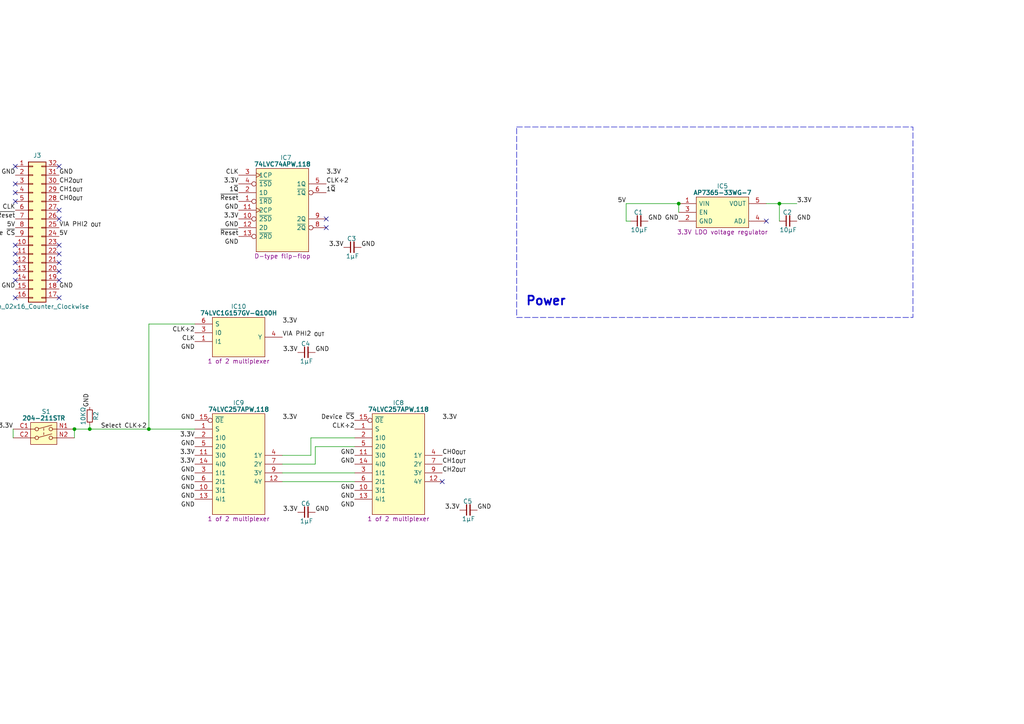
<source format=kicad_sch>
(kicad_sch (version 20230121) (generator eeschema)
  (paper "A4")
  (lib_symbols
    (symbol "CTS:204-211STR" (pin_names (offset 0.762))
      (property "Reference" "S" (at 8.255 5.08 0))
      (property "Value" "204-211STR" (at 8.89 3.175 0))
      (symbol "204-211STR_0_0"
        (polyline (pts (xy 7.366 -2.413) (xy 11.2522 -1.3716)))
        (polyline (pts (xy 7.366 0.127) (xy 11.2522 1.1684)))
        (polyline (pts (xy 8.89 -1.651) (xy 8.89 -1.016)))
        (polyline (pts (xy 8.89 -0.381) (xy 8.89 0.254)))
        (circle (center 6.858 -2.54) (radius 0.508))
        (circle (center 6.858 0) (radius 0.508))
        (circle (center 10.922 -2.54) (radius 0.508))
        (circle (center 10.922 0) (radius 0.508))
      )
      (symbol "204-211STR_1_0"
        (pin passive line (at 0 0 0) (length 6.35) (name "") (number "C1"))
        (pin passive line (at 0 -2.54 0) (length 6.35) (name "") (number "C2"))
        (pin passive line (at 17.78 0 180) (length 6.35) (name "") (number "N1"))
        (pin passive line (at 17.78 -2.54 180) (length 6.35) (name "") (number "N2"))
      )
      (symbol "204-211STR_1_1"
        (rectangle (start 5.08 1.905) (end 12.7 -4.445) (fill (type background)))
      )
    )
    (symbol "C_0805_5" (pin_numbers hide) (pin_names (offset 0.254) hide)
      (property "Reference" "C" (at 2.286 2.54 0))
      (property "Value" "?μF" (at 2.54 -2.54 0))
      (symbol "C_0805_5_0_1"
        (polyline (pts (xy 1.9685 -1.4605) (xy 1.9685 1.5875)) (stroke (width 0.3048)))
        (polyline (pts (xy 2.9845 -1.4605) (xy 2.9845 1.5875)) (stroke (width 0.3302)))
      )
      (symbol "C_0805_5_1_1"
        (pin passive line (at 0 0 0) (length 2.032) (name "~") (number "1"))
        (pin passive line (at 5.08 0 180) (length 2.032) (name "~") (number "2"))
      )
    )
    (symbol "Connector_Generic:Conn_02x16_Counter_Clockwise" (pin_names (offset 1.016) hide)
      (property "Reference" "J" (at 1.27 20.32 0))
      (property "Value" "Conn_02x16_Counter_Clockwise" (at 1.27 -22.86 0))
      (symbol "Conn_02x16_Counter_Clockwise_1_1"
        (rectangle (start -1.27 -20.193) (end 0 -20.447) (stroke (width 0.1524)))
        (rectangle (start -1.27 -17.653) (end 0 -17.907) (stroke (width 0.1524)))
        (rectangle (start -1.27 -15.113) (end 0 -15.367) (stroke (width 0.1524)))
        (rectangle (start -1.27 -12.573) (end 0 -12.827) (stroke (width 0.1524)))
        (rectangle (start -1.27 -10.033) (end 0 -10.287) (stroke (width 0.1524)))
        (rectangle (start -1.27 -7.493) (end 0 -7.747) (stroke (width 0.1524)))
        (rectangle (start -1.27 -4.953) (end 0 -5.207) (stroke (width 0.1524)))
        (rectangle (start -1.27 -2.413) (end 0 -2.667) (stroke (width 0.1524)))
        (rectangle (start -1.27 0.127) (end 0 -0.127) (stroke (width 0.1524)))
        (rectangle (start -1.27 2.667) (end 0 2.413) (stroke (width 0.1524)))
        (rectangle (start -1.27 5.207) (end 0 4.953) (stroke (width 0.1524)))
        (rectangle (start -1.27 7.747) (end 0 7.493) (stroke (width 0.1524)))
        (rectangle (start -1.27 10.287) (end 0 10.033) (stroke (width 0.1524)))
        (rectangle (start -1.27 12.827) (end 0 12.573) (stroke (width 0.1524)))
        (rectangle (start -1.27 15.367) (end 0 15.113) (stroke (width 0.1524)))
        (rectangle (start -1.27 17.907) (end 0 17.653) (stroke (width 0.1524)))
        (rectangle (start -1.27 19.05) (end 3.81 -21.59) (stroke (width 0.254)) (fill (type background)))
        (rectangle (start 3.81 -20.193) (end 2.54 -20.447) (stroke (width 0.1524)))
        (rectangle (start 3.81 -17.653) (end 2.54 -17.907) (stroke (width 0.1524)))
        (rectangle (start 3.81 -15.113) (end 2.54 -15.367) (stroke (width 0.1524)))
        (rectangle (start 3.81 -12.573) (end 2.54 -12.827) (stroke (width 0.1524)))
        (rectangle (start 3.81 -10.033) (end 2.54 -10.287) (stroke (width 0.1524)))
        (rectangle (start 3.81 -7.493) (end 2.54 -7.747) (stroke (width 0.1524)))
        (rectangle (start 3.81 -4.953) (end 2.54 -5.207) (stroke (width 0.1524)))
        (rectangle (start 3.81 -2.413) (end 2.54 -2.667) (stroke (width 0.1524)))
        (rectangle (start 3.81 0.127) (end 2.54 -0.127) (stroke (width 0.1524)))
        (rectangle (start 3.81 2.667) (end 2.54 2.413) (stroke (width 0.1524)))
        (rectangle (start 3.81 5.207) (end 2.54 4.953) (stroke (width 0.1524)))
        (rectangle (start 3.81 7.747) (end 2.54 7.493) (stroke (width 0.1524)))
        (rectangle (start 3.81 10.287) (end 2.54 10.033) (stroke (width 0.1524)))
        (rectangle (start 3.81 12.827) (end 2.54 12.573) (stroke (width 0.1524)))
        (rectangle (start 3.81 15.367) (end 2.54 15.113) (stroke (width 0.1524)))
        (rectangle (start 3.81 17.907) (end 2.54 17.653) (stroke (width 0.1524)))
        (pin passive line (at -5.08 17.78 0) (length 3.81) (name "Pin_1") (number "1"))
        (pin passive line (at -5.08 -5.08 0) (length 3.81) (name "Pin_10") (number "10"))
        (pin passive line (at -5.08 -7.62 0) (length 3.81) (name "Pin_11") (number "11"))
        (pin passive line (at -5.08 -10.16 0) (length 3.81) (name "Pin_12") (number "12"))
        (pin passive line (at -5.08 -12.7 0) (length 3.81) (name "Pin_13") (number "13"))
        (pin passive line (at -5.08 -15.24 0) (length 3.81) (name "Pin_14") (number "14"))
        (pin passive line (at -5.08 -17.78 0) (length 3.81) (name "Pin_15") (number "15"))
        (pin passive line (at -5.08 -20.32 0) (length 3.81) (name "Pin_16") (number "16"))
        (pin passive line (at 7.62 -20.32 180) (length 3.81) (name "Pin_17") (number "17"))
        (pin passive line (at 7.62 -17.78 180) (length 3.81) (name "Pin_18") (number "18"))
        (pin passive line (at 7.62 -15.24 180) (length 3.81) (name "Pin_19") (number "19"))
        (pin passive line (at -5.08 15.24 0) (length 3.81) (name "Pin_2") (number "2"))
        (pin passive line (at 7.62 -12.7 180) (length 3.81) (name "Pin_20") (number "20"))
        (pin passive line (at 7.62 -10.16 180) (length 3.81) (name "Pin_21") (number "21"))
        (pin passive line (at 7.62 -7.62 180) (length 3.81) (name "Pin_22") (number "22"))
        (pin passive line (at 7.62 -5.08 180) (length 3.81) (name "Pin_23") (number "23"))
        (pin passive line (at 7.62 -2.54 180) (length 3.81) (name "Pin_24") (number "24"))
        (pin passive line (at 7.62 0 180) (length 3.81) (name "Pin_25") (number "25"))
        (pin passive line (at 7.62 2.54 180) (length 3.81) (name "Pin_26") (number "26"))
        (pin passive line (at 7.62 5.08 180) (length 3.81) (name "Pin_27") (number "27"))
        (pin passive line (at 7.62 7.62 180) (length 3.81) (name "Pin_28") (number "28"))
        (pin passive line (at 7.62 10.16 180) (length 3.81) (name "Pin_29") (number "29"))
        (pin passive line (at -5.08 12.7 0) (length 3.81) (name "Pin_3") (number "3"))
        (pin passive line (at 7.62 12.7 180) (length 3.81) (name "Pin_30") (number "30"))
        (pin passive line (at 7.62 15.24 180) (length 3.81) (name "Pin_31") (number "31"))
        (pin passive line (at 7.62 17.78 180) (length 3.81) (name "Pin_32") (number "32"))
        (pin passive line (at -5.08 10.16 0) (length 3.81) (name "Pin_4") (number "4"))
        (pin passive line (at -5.08 7.62 0) (length 3.81) (name "Pin_5") (number "5"))
        (pin passive line (at -5.08 5.08 0) (length 3.81) (name "Pin_6") (number "6"))
        (pin passive line (at -5.08 2.54 0) (length 3.81) (name "Pin_7") (number "7"))
        (pin passive line (at -5.08 0 0) (length 3.81) (name "Pin_8") (number "8"))
        (pin passive line (at -5.08 -2.54 0) (length 3.81) (name "Pin_9") (number "9"))
      )
    )
    (symbol "Diodes_Inc:AP7365-33WG-7" (pin_names (offset 0.762))
      (property "Reference" "IC" (at 12.7 5.08 0))
      (property "Value" "AP7365-33WG-7" (at 12.7 3.175 0))
      (property "Description" "3.3V LDO voltage regulator" (at 12.7 -8.255 0))
      (symbol "AP7365-33WG-7_0_0"
        (pin passive line (at 0 0 0) (length 5.08) (name "VIN") (number "1"))
        (pin passive line (at 0 -5.08 0) (length 5.08) (name "GND") (number "2"))
        (pin input line (at 0 -2.54 0) (length 5.08) (name "EN") (number "3"))
        (pin passive line (at 25.4 -5.08 180) (length 5.08) (name "ADJ") (number "4"))
        (pin passive line (at 25.4 0 180) (length 5.08) (name "VOUT") (number "5"))
      )
      (symbol "AP7365-33WG-7_0_1"
        (polyline (pts (xy 5.08 1.905) (xy 20.32 1.905) (xy 20.32 -6.985) (xy 5.08 -6.985) (xy 5.08 1.905)) (fill (type background)))
      )
    )
    (symbol "HCP65:C_0805" (pin_numbers hide) (pin_names (offset 0.254) hide)
      (property "Reference" "C" (at 2.286 2.54 0))
      (property "Value" "?μF" (at 2.54 -2.54 0))
      (symbol "C_0805_0_1"
        (polyline (pts (xy 1.9685 -1.4605) (xy 1.9685 1.5875)) (stroke (width 0.3048)))
        (polyline (pts (xy 2.9845 -1.4605) (xy 2.9845 1.5875)) (stroke (width 0.3302)))
      )
      (symbol "C_0805_1_1"
        (pin passive line (at 0 0 0) (length 2.032) (name "~") (number "1"))
        (pin passive line (at 5.08 0 180) (length 2.032) (name "~") (number "2"))
      )
    )
    (symbol "HCP65:R_0805" (pin_numbers hide) (pin_names hide)
      (property "Reference" "R" (at 2.54 1.778 0))
      (property "Value" "?Ω" (at 2.54 -1.905 0))
      (symbol "R_0805_0_1"
        (rectangle (start 0.762 0.762) (end 4.318 -0.762) (stroke (width 0.2032)))
      )
      (symbol "R_0805_1_1"
        (pin passive line (at 0 0 0) (length 0.72) (name "~") (number "1"))
        (pin passive line (at 5.08 0 180) (length 0.72) (name "~") (number "2"))
      )
    )
    (symbol "Nexperia:74LVC1G157GV-Q100H" (pin_names (offset 0.762))
      (property "Reference" "IC" (at 12.7 5.08 0))
      (property "Value" "74LVC1G157GV-Q100H" (at 12.7 3.175 0))
      (property "Description" "1 of 2 multiplexer" (at 12.7 -10.795 0))
      (symbol "74LVC1G157GV-Q100H_0_0"
        (pin input line (at 0 -5.08 0) (length 5.08) (name "I1") (number "1"))
        (pin passive line (at 0 -7.62 0) (length 5.08) hide (name "GND") (number "2"))
        (pin input line (at 0 -2.54 0) (length 5.08) (name "I0") (number "3"))
        (pin output line (at 25.4 -3.81 180) (length 5.08) (name "Y") (number "4"))
        (pin input line (at 0 0 0) (length 5.08) (name "S") (number "6"))
      )
      (symbol "74LVC1G157GV-Q100H_0_1"
        (polyline (pts (xy 5.08 1.905) (xy 20.32 1.905) (xy 20.32 -9.525) (xy 5.08 -9.525) (xy 5.08 1.905)) (stroke (width 0.1524)) (fill (type background)))
      )
      (symbol "74LVC1G157GV-Q100H_1_0"
        (pin passive line (at 25.4 0 180) (length 5.08) hide (name "3V") (number "5"))
      )
    )
    (symbol "Nexperia:74LVC257APW,118" (pin_names (offset 0.762))
      (property "Reference" "IC" (at 12.7 5.08 0))
      (property "Value" "74LVC257APW,118" (at 12.7 3.175 0))
      (property "Description" "1 of 2 multiplexer" (at 12.7 -28.575 0))
      (symbol "74LVC257APW,118_0_0"
        (pin input line (at 0 -2.54 0) (length 5.08) (name "S") (number "1"))
        (pin input line (at 0 -20.32 0) (length 5.08) (name "3I1") (number "10"))
        (pin input line (at 0 -10.16 0) (length 5.08) (name "3I0") (number "11"))
        (pin output line (at 25.4 -17.78 180) (length 5.08) (name "4Y") (number "12"))
        (pin input line (at 0 -22.86 0) (length 5.08) (name "4I1") (number "13"))
        (pin input line (at 0 -12.7 0) (length 5.08) (name "4I0") (number "14"))
        (pin passive line (at 25.4 0 180) (length 5.08) hide (name "3V") (number "16"))
        (pin input line (at 0 -5.08 0) (length 5.08) (name "1I0") (number "2"))
        (pin input line (at 0 -15.24 0) (length 5.08) (name "1I1") (number "3"))
        (pin output line (at 25.4 -10.16 180) (length 5.08) (name "1Y") (number "4"))
        (pin input line (at 0 -7.62 0) (length 5.08) (name "2I0") (number "5"))
        (pin input line (at 0 -17.78 0) (length 5.08) (name "2I1") (number "6"))
        (pin output line (at 25.4 -12.7 180) (length 5.08) (name "2Y") (number "7"))
        (pin passive line (at 0 -25.4 0) (length 5.08) hide (name "GND") (number "8"))
        (pin output line (at 25.4 -15.24 180) (length 5.08) (name "3Y") (number "9"))
      )
      (symbol "74LVC257APW,118_0_1"
        (polyline (pts (xy 5.08 1.905) (xy 20.32 1.905) (xy 20.32 -27.305) (xy 5.08 -27.305) (xy 5.08 1.905)) (stroke (width 0.1524)) (fill (type background)))
      )
      (symbol "74LVC257APW,118_1_0"
        (pin input inverted (at 0 0 0) (length 5.08) (name "~{OE}") (number "15"))
      )
    )
    (symbol "Nexperia:74LVC74APW,118" (pin_names (offset 0.762))
      (property "Reference" "IC" (at 12.065 5.08 0))
      (property "Value" "74LVC74APW,118" (at 12.7 3.175 0))
      (property "Description" "D-type flip-flop" (at 12.7 -23.495 0))
      (symbol "74LVC74APW,118_0_0"
        (pin input inverted (at 0 -7.62 0) (length 5.08) (name "~{1RD}") (number "1"))
        (pin input inverted (at 0 -12.7 0) (length 5.08) (name "~{2SD}") (number "10"))
        (pin input clock (at 0 -10.16 0) (length 5.08) (name "2CP") (number "11"))
        (pin input line (at 0 -15.24 0) (length 5.08) (name "2D") (number "12"))
        (pin input inverted (at 0 -17.78 0) (length 5.08) (name "~{2RD}") (number "13"))
        (pin passive line (at 25.4 0 180) (length 5.08) hide (name "3V") (number "14"))
        (pin input line (at 0 -5.08 0) (length 5.08) (name "1D") (number "2"))
        (pin input clock (at 0 0 0) (length 5.08) (name "1CP") (number "3"))
        (pin input inverted (at 0 -2.54 0) (length 5.08) (name "~{1SD}") (number "4"))
        (pin output line (at 25.4 -2.54 180) (length 5.08) (name "1Q") (number "5"))
        (pin output inverted (at 25.4 -5.08 180) (length 5.08) (name "~{1Q}") (number "6"))
        (pin passive line (at 0 -20.32 0) (length 5.08) hide (name "GND") (number "7"))
        (pin output inverted (at 25.4 -15.24 180) (length 5.08) (name "~{2Q}") (number "8"))
        (pin output line (at 25.4 -12.7 180) (length 5.08) (name "2Q") (number "9"))
      )
      (symbol "74LVC74APW,118_0_1"
        (polyline (pts (xy 5.08 1.905) (xy 20.32 1.905) (xy 20.32 -22.225) (xy 5.08 -22.225) (xy 5.08 1.905)) (stroke (width 0.1524)) (fill (type background)))
      )
    )
  )
  (junction (at 226.06 59.055))
  (junction (at 43.18 124.46))
  (junction (at 26.035 124.46))
  (junction (at 21.59 124.46))
  (junction (at 196.85 59.055))
  (no_connect (at 4.445 48.26))
  (no_connect (at 4.445 76.2))
  (no_connect (at 4.445 78.74))
  (no_connect (at 4.445 86.36))
  (no_connect (at 17.145 48.26))
  (no_connect (at 17.145 73.66))
  (no_connect (at 4.445 71.12))
  (no_connect (at 17.145 78.74))
  (no_connect (at 17.145 63.5))
  (no_connect (at 17.145 81.28))
  (no_connect (at 17.145 86.36))
  (no_connect (at 17.145 60.96))
  (no_connect (at 4.445 81.28))
  (no_connect (at 94.615 66.04))
  (no_connect (at 128.27 139.7))
  (no_connect (at 94.615 63.5))
  (no_connect (at 4.445 58.42))
  (no_connect (at 4.445 73.66))
  (no_connect (at 222.25 64.135))
  (no_connect (at 4.445 55.88))
  (no_connect (at 4.445 53.34))
  (no_connect (at 17.145 76.2))
  (no_connect (at 17.145 71.12))
  (wire (pts (xy 102.87 129.54) (xy 91.44 129.54)))
  (wire (pts (xy 226.06 64.135) (xy 226.06 59.055)))
  (wire (pts (xy 81.915 139.7) (xy 102.87 139.7)))
  (wire (pts (xy 91.44 134.62) (xy 81.915 134.62)))
  (wire (pts (xy 43.18 124.46) (xy 56.515 124.46)))
  (wire (pts (xy 196.85 59.055) (xy 196.85 61.595)))
  (wire (pts (xy 3.81 124.46) (xy 3.81 127)))
  (wire (pts (xy 90.17 132.08) (xy 81.915 132.08)))
  (wire (pts (xy 181.61 64.135) (xy 182.88 64.135)))
  (wire (pts (xy 102.87 127) (xy 90.17 127)))
  (wire (pts (xy 26.035 124.46) (xy 43.18 124.46)))
  (wire (pts (xy 26.035 123.19) (xy 26.035 124.46)))
  (wire (pts (xy 21.59 124.46) (xy 21.59 127)))
  (wire (pts (xy 181.61 59.055) (xy 196.85 59.055)))
  (wire (pts (xy 226.06 59.055) (xy 231.14 59.055)))
  (wire (pts (xy 90.17 127) (xy 90.17 132.08)))
  (wire (pts (xy 91.44 129.54) (xy 91.44 134.62)))
  (wire (pts (xy 222.25 59.055) (xy 226.06 59.055)))
  (wire (pts (xy 21.59 124.46) (xy 26.035 124.46)))
  (wire (pts (xy 43.18 93.98) (xy 43.18 124.46)))
  (wire (pts (xy 81.915 137.16) (xy 102.87 137.16)))
  (wire (pts (xy 181.61 59.055) (xy 181.61 64.135)))
  (wire (pts (xy 56.515 93.98) (xy 43.18 93.98)))
  (rectangle (start 149.86 36.83) (end 264.795 92.075) (stroke (width 0) (type dash)))
  (text "Power" (at 152.4 88.9 0) (effects (font (size 2.54 2.54) (thickness 0.508) bold) (justify left bottom)))
  (label "GND" (at 56.515 137.16 180))
  (label "3.3V" (at 86.36 148.59 180))
  (label "VIA PHI2 _{OUT}" (at 17.145 66.04 0))
  (label "GND" (at 138.43 147.955 0))
  (label "CLK" (at 4.445 60.96 180))
  (label "CH0_{OUT}" (at 17.145 58.42 0))
  (label "GND" (at 56.515 142.24 180))
  (label "3.3V" (at 128.27 121.92 0))
  (label "GND" (at 102.87 134.62 180))
  (label "GND" (at 56.515 139.7 180))
  (label "CH0_{OUT}" (at 128.27 132.08 0))
  (label "CLK÷2" (at 56.515 96.52 180))
  (label "VIA PHI2 _{OUT}" (at 81.915 97.79 0))
  (label "~{Reset}" (at 4.445 63.5 180))
  (label "GND" (at 102.87 147.32 180))
  (label "GND" (at 56.515 147.32 180))
  (label "5V" (at 181.61 59.055 180))
  (label "Device ~{CS}" (at 4.445 68.58 180))
  (label "3.3V" (at 69.215 53.34 180))
  (label "CLK" (at 56.515 99.06 180))
  (label "CH1_{OUT}" (at 17.145 55.88 0))
  (label "GND" (at 56.515 121.92 180))
  (label "3.3V" (at 56.515 127 180))
  (label "GND" (at 102.87 142.24 180))
  (label "GND" (at 104.775 71.755 0))
  (label "CH2_{OUT}" (at 128.27 137.16 0))
  (label "3.3V" (at 56.515 132.08 180))
  (label "GND" (at 4.445 83.82 180))
  (label "GND" (at 69.215 60.96 180))
  (label "3.3V" (at 81.915 121.92 0))
  (label "1~{Q}" (at 69.215 55.88 180))
  (label "CH1_{OUT}" (at 128.27 134.62 0))
  (label "3.3V" (at 94.615 50.8 0))
  (label "GND" (at 56.515 144.78 180))
  (label "GND" (at 196.85 64.135 180))
  (label "GND" (at 91.44 102.235 0))
  (label "3.3V" (at 99.695 71.755 180))
  (label "3.3V" (at 86.36 102.235 180))
  (label "3.3V" (at 3.81 124.46 180))
  (label "3.3V" (at 56.515 134.62 180))
  (label "5V" (at 4.445 66.04 180))
  (label "CLK" (at 69.215 50.8 180))
  (label "CLK÷2" (at 102.87 124.46 180))
  (label "CLK÷2" (at 94.615 53.34 0))
  (label "3.3V" (at 69.215 63.5 180))
  (label "Device ~{CS}" (at 102.87 121.92 180))
  (label "GND" (at 56.515 101.6 180))
  (label "GND" (at 26.035 118.11 90))
  (label "3.3V" (at 81.915 93.98 0))
  (label "GND" (at 17.145 83.82 0))
  (label "5V" (at 17.145 68.58 0))
  (label "Select CLK÷2" (at 29.21 124.46 0))
  (label "GND" (at 102.87 144.78 180))
  (label "GND" (at 231.14 64.135 0))
  (label "GND" (at 17.145 50.8 0))
  (label "GND" (at 187.96 64.135 0))
  (label "~{Reset}" (at 69.215 58.42 180))
  (label "GND" (at 69.215 66.04 180))
  (label "CH2_{OUT}" (at 17.145 53.34 0))
  (label "1~{Q}" (at 94.615 55.88 0))
  (label "GND" (at 69.215 71.12 180))
  (label "GND" (at 56.515 129.54 180))
  (label "3.3V" (at 231.14 59.055 0))
  (label "GND" (at 102.87 132.08 180))
  (label "GND" (at 4.445 50.8 180))
  (label "~{Reset}" (at 69.215 68.58 180))
  (label "GND" (at 91.44 148.59 0))
  (label "3.3V" (at 133.35 147.955 180))
  (symbol (lib_id "HCP65:R_0805") (at 26.035 118.11 270) (unit 1)
    (property "Reference" "R2" (at 27.813 120.65 0))
    (property "Value" "10KΩ" (at 24.13 120.65 0))
    (property "Footprint" "SamacSys_Parts:R_0805" (effects hide))
  )
  (symbol (lib_name "C_0805_5") (lib_id "HCP65:C_0805") (at 182.88 64.135 0) (unit 1)
    (property "Reference" "C1" (at 185.166 61.595 0))
    (property "Value" "10μF" (at 185.42 66.675 0))
    (property "Footprint" "SamacSys_Parts:C_0805" (effects hide))
  )
  (symbol (lib_id "Diodes_Inc:AP7365-33WG-7") (at 196.85 59.055 0) (unit 1)
    (property "Reference" "IC5" (at 209.55 53.975 0))
    (property "Value" "AP7365-33WG-7" (at 209.55 55.88 0) (effects (font bold)))
    (property "Footprint" "SOT95P285X130-5N" (effects hide))
    (property "Datasheet" "https://componentsearchengine.com/Datasheets/1/AP7365-33WG-7.pdf" (effects hide))
    (property "Description" "3.3V LDO voltage regulator" (at 209.55 67.31 0))
    (property "Height" "1.3" (effects hide))
    (property "Manufacturer_Name" "Diodes Inc." (effects hide))
    (property "Manufacturer_Part_Number" "AP7365-33WG-7" (effects hide))
    (property "Mouser Part Number" "621-AP7365-33WG-7" (effects hide))
    (property "Mouser Price/Stock" "https://www.mouser.co.uk/ProductDetail/Diodes-Incorporated/AP7365-33WG-7?qs=abZ1nkZpTuOZFvxvoFPL0w%3D%3D" (effects hide))
    (property "Arrow Part Number" "AP7365-33WG-7" (effects hide))
    (property "Arrow Price/Stock" "https://www.arrow.com/en/products/ap7365-33wg-7/diodes-incorporated?region=nac" (effects hide))
    (property "Silkscreen" "AP7365" (effects hide))
  )
  (symbol (lib_name "C_0805_5") (lib_id "HCP65:C_0805") (at 226.06 64.135 0) (unit 1)
    (property "Reference" "C2" (at 228.346 61.595 0))
    (property "Value" "10μF" (at 228.6 66.675 0))
    (property "Footprint" "SamacSys_Parts:C_0805" (effects hide))
  )
  (symbol (lib_id "CTS:204-211STR") (at 3.81 124.46 0) (unit 1)
    (property "Reference" "S1" (at 12.065 119.38 0) (effects (justify left)))
    (property "Value" "204-211STR" (at 12.7 121.285 0) (effects (font bold)))
    (property "Footprint" "204211STR" (effects hide))
    (property "Datasheet" "https://www.ctscorp.com/wp-content/uploads/204.pdf" (effects hide))
    (property "Description" "DIP Switches / SIP Switches DPST 1 position Epoxy Top Tape Seal" (effects hide))
    (property "Height" "10.36" (effects hide))
    (property "Manufacturer_Name" "CTS" (effects hide))
    (property "Manufacturer_Part_Number" "204-211STR" (effects hide))
    (property "Mouser Part Number" "774-204-211STR" (effects hide))
    (property "Mouser Price/Stock" "https://www.mouser.co.uk/ProductDetail/CTS-Electronic-Components/204-211STR?qs=quytmY96oUgb3oIvtnAfmw%3D%3D" (effects hide))
    (property "Arrow Part Number" "204-211STR" (effects hide))
    (property "Arrow Price/Stock" "https://www.arrow.com/en/products/204-211str/cts" (effects hide))
    (property "Silkscreen" "204-211STR" (effects hide))
  )
  (symbol (lib_id "HCP65:C_0805") (at 86.36 102.235 0) (unit 1)
    (property "Reference" "C4" (at 88.646 99.695 0))
    (property "Value" "1μF" (at 88.9 104.775 0))
    (property "Footprint" "SamacSys_Parts:C_0805" (effects hide))
  )
  (symbol (lib_id "HCP65:C_0805") (at 86.36 148.59 0) (unit 1)
    (property "Reference" "C6" (at 88.646 146.05 0))
    (property "Value" "1μF" (at 88.9 151.13 0))
    (property "Footprint" "SamacSys_Parts:C_0805" (effects hide))
  )
  (symbol (lib_id "Nexperia:74LVC257APW,118") (at 102.87 121.92 0) (unit 1)
    (property "Reference" "IC8" (at 115.57 116.84 0))
    (property "Value" "74LVC257APW,118" (at 115.57 118.745 0) (effects (font bold)))
    (property "Footprint" "SOP65P640X110-16N" (effects hide))
    (property "Description" "1 of 2 multiplexer" (at 115.57 150.495 0))
    (property "Height" "1.1" (effects hide))
    (property "Mouser Part Number" "771-74LVC257APW-T" (effects hide))
    (property "Manufacturer_Name" "Nexperia" (effects hide))
    (property "Manufacturer_Part_Number" "74LVC257APW,118" (effects hide))
    (property "Silkscreen" "74LVC257" (effects hide))
  )
  (symbol (lib_id "Connector_Generic:Conn_02x16_Counter_Clockwise") (at 9.525 66.04 0) (unit 1)
    (property "Reference" "J3" (at 10.795 45.085 0))
    (property "Value" "Conn_02x16_Counter_Clockwise" (at 10.795 88.9 0))
    (property "Footprint" "SamacSys_Parts:DIP-32_Board_W22.86mm" (effects hide))
  )
  (symbol (lib_id "Nexperia:74LVC257APW,118") (at 56.515 121.92 0) (unit 1)
    (property "Reference" "IC9" (at 69.215 116.84 0))
    (property "Value" "74LVC257APW,118" (at 69.215 118.745 0) (effects (font bold)))
    (property "Footprint" "SOP65P640X110-16N" (effects hide))
    (property "Description" "1 of 2 multiplexer" (at 69.215 150.495 0))
    (property "Height" "1.1" (effects hide))
    (property "Mouser Part Number" "771-74LVC257APW-T" (effects hide))
    (property "Manufacturer_Name" "Nexperia" (effects hide))
    (property "Manufacturer_Part_Number" "74LVC257APW,118" (effects hide))
    (property "Silkscreen" "74LVC257" (effects hide))
  )
  (symbol (lib_id "Nexperia:74LVC1G157GV-Q100H") (at 56.515 93.98 0) (unit 1)
    (property "Reference" "IC10" (at 69.215 88.9 0))
    (property "Value" "74LVC1G157GV-Q100H" (at 69.215 90.805 0) (effects (font bold)))
    (property "Footprint" "SOT95P275X110-6N" (effects hide))
    (property "Datasheet" "https://assets.nexperia.com/documents/data-sheet/74LVC1G157_Q100.pdf" (effects hide))
    (property "Description" "1 of 2 multiplexer" (at 69.215 104.775 0))
    (property "Height" "1.1" (effects hide))
    (property "Manufacturer_Name" "Nexperia" (effects hide))
    (property "Manufacturer_Part_Number" "74LVC1G157GV-Q100H" (effects hide))
    (property "Mouser Part Number" "771-74LVC1G157GVQ100" (effects hide))
    (property "Mouser Price/Stock" "https://www.mouser.co.uk/ProductDetail/Nexperia/74LVC1G157GV-Q100H?qs=5XOdhvmYM0Nhlh6GR9ENlQ%3D%3D" (effects hide))
    (property "Silkscreen" "'1G157" (effects hide))
  )
  (symbol (lib_id "Nexperia:74LVC74APW,118") (at 69.215 50.8 0) (unit 1)
    (property "Reference" "IC7" (at 81.28 45.72 0) (effects (justify left)))
    (property "Value" "74LVC74APW,118" (at 81.915 47.625 0) (effects (font bold)))
    (property "Footprint" "SOP65P640X110-14N" (effects hide))
    (property "Datasheet" "https://assets.nexperia.com/documents/data-sheet/74LVC74A.pdf" (effects hide))
    (property "Description" "D-type flip-flop" (at 81.915 74.295 0))
    (property "Height" "1.1" (effects hide))
    (property "Mouser Part Number" "771-74LVC74APW-T" (effects hide))
    (property "Mouser Price/Stock" "https://www.mouser.co.uk/ProductDetail/Nexperia/74LVC74APW118?qs=me8TqzrmIYVtXwVfet0lzw%3D%3D" (effects hide))
    (property "Manufacturer_Name" "Nexperia" (effects hide))
    (property "Manufacturer_Part_Number" "74LVC74APW,118" (effects hide))
    (property "Silkscreen" "74LVC74" (effects hide))
  )
  (symbol (lib_id "HCP65:C_0805") (at 133.35 147.955 0) (unit 1)
    (property "Reference" "C5" (at 135.636 145.415 0))
    (property "Value" "1μF" (at 135.89 150.495 0))
    (property "Footprint" "SamacSys_Parts:C_0805" (effects hide))
  )
  (symbol (lib_id "HCP65:C_0805") (at 99.695 71.755 0) (unit 1)
    (property "Reference" "C3" (at 101.981 69.215 0))
    (property "Value" "1μF" (at 102.235 74.295 0))
    (property "Footprint" "SamacSys_Parts:C_0805" (effects hide))
  )
)
</source>
